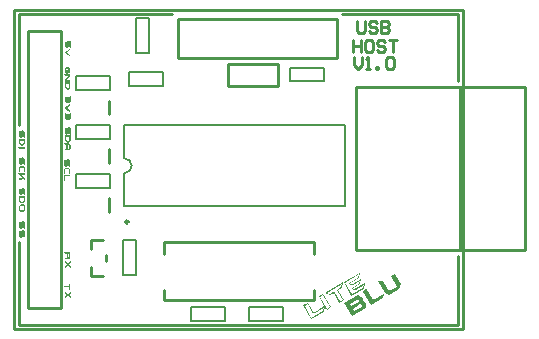
<source format=gto>
%FSLAX25Y25*%
%MOIN*%
G70*
G01*
G75*
G04 Layer_Color=65535*
%ADD10R,0.04000X0.03500*%
%ADD11R,0.03150X0.03543*%
%ADD12R,0.04600X0.04000*%
%ADD13R,0.21654X0.07874*%
%ADD14R,0.03500X0.04000*%
%ADD15R,0.02362X0.07480*%
%ADD16R,0.04500X0.02700*%
%ADD17R,0.05500X0.05100*%
%ADD18C,0.02000*%
%ADD19C,0.01890*%
%ADD20C,0.01000*%
%ADD21C,0.06000*%
%ADD22C,0.14000*%
%ADD23R,0.09000X0.09000*%
%ADD24C,0.09000*%
%ADD25R,0.09000X0.09000*%
%ADD26C,0.16000*%
%ADD27C,0.02800*%
%ADD28C,0.00984*%
%ADD29C,0.00787*%
%ADD30C,0.00800*%
G36*
X118511Y156371D02*
Y154174D01*
X118090Y154598D01*
Y156038D01*
X117927Y156174D01*
X117758Y156038D01*
Y154592D01*
X117198Y154174D01*
X116619Y154606D01*
Y156800D01*
X117040Y156382D01*
Y154939D01*
X117198Y154806D01*
X117370Y154939D01*
Y156385D01*
X117927Y156800D01*
X118511Y156371D01*
D02*
G37*
G36*
X118717Y161600D02*
Y160165D01*
X118293Y159733D01*
X116822D01*
Y160307D01*
X117368D01*
Y161459D01*
X116822D01*
X116498Y162030D01*
X118293D01*
X118717Y161600D01*
D02*
G37*
G36*
X118841Y150975D02*
X117040D01*
Y149352D01*
X116617Y149775D01*
Y151545D01*
X118509D01*
X118841Y150975D01*
D02*
G37*
G36*
X118511Y153507D02*
Y151673D01*
X118087Y152094D01*
Y153365D01*
X117040D01*
Y151742D01*
X116617Y152166D01*
Y153507D01*
X117040Y153936D01*
X118076D01*
X118511Y153507D01*
D02*
G37*
G36*
X118717Y162841D02*
X117767Y162304D01*
X116822Y162841D01*
Y164736D01*
X118717D01*
Y162841D01*
D02*
G37*
G36*
X117243Y195882D02*
Y194632D01*
X117401Y194497D01*
X117576Y194632D01*
Y196167D01*
X118717D01*
Y193868D01*
X118293Y194292D01*
Y195596D01*
X117961D01*
Y194286D01*
X117401Y193868D01*
X116822Y194297D01*
Y196300D01*
X117243Y195882D01*
D02*
G37*
G36*
X118711Y180423D02*
X117761Y179885D01*
X116817Y180423D01*
Y182317D01*
X118711D01*
Y180423D01*
D02*
G37*
G36*
X118717Y167171D02*
Y164974D01*
X118296Y165398D01*
Y166838D01*
X118132Y166974D01*
X117963Y166838D01*
Y165392D01*
X117404Y164974D01*
X116825Y165406D01*
Y167600D01*
X117246Y167182D01*
Y165739D01*
X117404Y165606D01*
X117576Y165739D01*
Y167184D01*
X118132Y167600D01*
X118717Y167171D01*
D02*
G37*
G36*
X118711Y193043D02*
X117412Y192331D01*
X118711Y191621D01*
Y191037D01*
X116819Y192065D01*
Y192599D01*
X118711Y193624D01*
Y193043D01*
D02*
G37*
G36*
X118714Y123825D02*
X118130Y123393D01*
X117692Y123720D01*
X117362Y123393D01*
X116822D01*
Y123963D01*
X117285D01*
X117456Y124141D01*
Y125229D01*
X116822D01*
X116495Y125800D01*
X118714D01*
Y123825D01*
D02*
G37*
G36*
X214769Y117011D02*
X212006Y115416D01*
X212273Y114955D01*
X215548Y116846D01*
X215159Y115092D01*
X212935Y113808D01*
X213198Y113353D01*
X216940Y115514D01*
X216514Y113618D01*
X212342Y111209D01*
X209726Y115740D01*
X215186Y118893D01*
X214769Y117011D01*
D02*
G37*
G36*
X216351Y110625D02*
X216217Y109420D01*
X217331Y108926D01*
X217111Y107014D01*
X212478Y104338D01*
X209947Y108722D01*
X214580Y111397D01*
X216351Y110625D01*
D02*
G37*
G36*
X205664Y107354D02*
X204094Y106448D01*
X203468Y107531D01*
X203094Y105870D01*
X198922Y103462D01*
X196306Y107992D01*
X197876Y108899D01*
X199778Y105605D01*
X203380Y107684D01*
X201478Y110978D01*
X203048Y111885D01*
X205664Y107354D01*
D02*
G37*
G36*
X209183Y113795D02*
X208017Y113121D01*
X209918Y109827D01*
X208342Y108917D01*
X206440Y112211D01*
X205261Y111530D01*
X203433Y112107D01*
X209617Y115677D01*
X209183Y113795D01*
D02*
G37*
G36*
X219551Y109729D02*
X223306Y111898D01*
X222892Y110351D01*
X218797Y107987D01*
X216270Y112364D01*
X217146Y113895D01*
X219551Y109729D01*
D02*
G37*
G36*
X118714Y113066D02*
X118293Y113487D01*
Y114046D01*
X116822D01*
X116495Y114617D01*
X118293D01*
Y115182D01*
X118714Y115600D01*
Y113066D01*
D02*
G37*
G36*
X118717Y122390D02*
X118107Y121783D01*
X118717Y121177D01*
Y120498D01*
X117767Y121446D01*
X116822Y120498D01*
Y121177D01*
X117429Y121783D01*
X116822Y122390D01*
Y123072D01*
X117767Y122124D01*
X118717Y123072D01*
Y122390D01*
D02*
G37*
G36*
X228762Y115073D02*
X228335Y113502D01*
X225016Y111586D01*
X223449Y112006D01*
X221055Y116152D01*
X222819Y116145D01*
X224780Y112749D01*
X227446Y114288D01*
X225481Y117691D01*
X226808Y118457D01*
X228762Y115073D01*
D02*
G37*
G36*
X118717Y112215D02*
X118107Y111608D01*
X118717Y111002D01*
Y110323D01*
X117767Y111270D01*
X116822Y110323D01*
Y111002D01*
X117429Y111608D01*
X116822Y112215D01*
Y112897D01*
X117767Y111949D01*
X118717Y112897D01*
Y112215D01*
D02*
G37*
G36*
X103511Y154106D02*
Y152273D01*
X103087Y152694D01*
Y153965D01*
X102040D01*
Y152342D01*
X101617Y152766D01*
Y154106D01*
X102040Y154536D01*
X103076D01*
X103511Y154106D01*
D02*
G37*
G36*
Y142541D02*
X102561Y142004D01*
X101617Y142541D01*
Y144436D01*
X103511D01*
Y142541D01*
D02*
G37*
G36*
Y135671D02*
Y133474D01*
X103090Y133898D01*
Y135338D01*
X102927Y135474D01*
X102758Y135338D01*
Y133892D01*
X102198Y133474D01*
X101619Y133906D01*
Y136100D01*
X102040Y135682D01*
Y134239D01*
X102198Y134106D01*
X102370Y134239D01*
Y135685D01*
X102927Y136100D01*
X103511Y135671D01*
D02*
G37*
G36*
Y141300D02*
Y139724D01*
X103079Y139292D01*
X102049D01*
X101619Y139724D01*
Y141300D01*
X102049Y141729D01*
X103079D01*
X103511Y141300D01*
D02*
G37*
G36*
Y151575D02*
X102581D01*
X103511Y150589D01*
Y149916D01*
X102822Y150633D01*
X102160Y149971D01*
X101617D01*
Y150541D01*
X102076D01*
X102500Y150968D01*
X101927Y151575D01*
X101617D01*
X101293Y152145D01*
X103511D01*
Y151575D01*
D02*
G37*
G36*
Y161641D02*
X102561Y161104D01*
X101617Y161641D01*
Y163536D01*
X103511D01*
Y161641D01*
D02*
G37*
G36*
Y165971D02*
Y163774D01*
X103090Y164198D01*
Y165638D01*
X102927Y165774D01*
X102758Y165638D01*
Y164192D01*
X102198Y163774D01*
X101619Y164206D01*
Y166400D01*
X102040Y165982D01*
Y164539D01*
X102198Y164406D01*
X102370Y164539D01*
Y165984D01*
X102927Y166400D01*
X103511Y165971D01*
D02*
G37*
G36*
Y146871D02*
Y144674D01*
X103090Y145098D01*
Y146538D01*
X102927Y146674D01*
X102758Y146538D01*
Y145092D01*
X102198Y144674D01*
X101619Y145106D01*
Y147300D01*
X102040Y146882D01*
Y145439D01*
X102198Y145306D01*
X102370Y145439D01*
Y146885D01*
X102927Y147300D01*
X103511Y146871D01*
D02*
G37*
G36*
Y160259D02*
X101617D01*
X101293Y160829D01*
X103511D01*
Y160259D01*
D02*
G37*
G36*
X118717Y170257D02*
X118135Y169828D01*
X117770Y170097D01*
X117401Y169828D01*
X116822Y170257D01*
Y171839D01*
X116825Y171842D01*
X116830Y171847D01*
X116839Y171856D01*
X116847Y171864D01*
X116861Y171878D01*
X116877Y171894D01*
X116897Y171916D01*
X116922Y171941D01*
X116952Y171969D01*
X116986Y172005D01*
X117024Y172044D01*
X117071Y172088D01*
X117121Y172138D01*
X117180Y172196D01*
X117243Y172260D01*
Y170592D01*
X117401Y170457D01*
X117576Y170592D01*
Y171872D01*
X117961Y172260D01*
Y170592D01*
X118132Y170457D01*
X118293Y170592D01*
Y171839D01*
X118296Y171842D01*
X118301Y171847D01*
X118310Y171856D01*
X118318Y171864D01*
X118332Y171878D01*
X118348Y171894D01*
X118368Y171916D01*
X118393Y171941D01*
X118423Y171969D01*
X118456Y172005D01*
X118498Y172044D01*
X118542Y172088D01*
X118595Y172138D01*
X118653Y172196D01*
X118717Y172260D01*
Y170257D01*
D02*
G37*
G36*
X118711Y174490D02*
X117412Y173778D01*
X118711Y173069D01*
Y172484D01*
X116819Y173512D01*
Y174047D01*
X118711Y175072D01*
Y174490D01*
D02*
G37*
G36*
X118711Y184578D02*
X117581Y183209D01*
X118711D01*
Y182639D01*
X116819D01*
Y183073D01*
X117922Y184414D01*
X116819D01*
X116492Y184985D01*
X118711D01*
Y184578D01*
D02*
G37*
G36*
Y187071D02*
Y185237D01*
X118288Y185658D01*
Y186929D01*
X117240D01*
Y185874D01*
X117570D01*
Y186267D01*
X117955Y186655D01*
Y185303D01*
X117240D01*
X116817Y185730D01*
Y187071D01*
X117240Y187500D01*
X118276D01*
X118711Y187071D01*
D02*
G37*
G36*
X103511Y156971D02*
Y154774D01*
X103090Y155198D01*
Y156638D01*
X102927Y156774D01*
X102758Y156638D01*
Y155192D01*
X102198Y154774D01*
X101619Y155206D01*
Y157400D01*
X102040Y156982D01*
Y155539D01*
X102198Y155406D01*
X102370Y155539D01*
Y156984D01*
X102927Y157400D01*
X103511Y156971D01*
D02*
G37*
G36*
Y132807D02*
Y130610D01*
X103090Y131034D01*
Y132474D01*
X102927Y132610D01*
X102758Y132474D01*
Y131028D01*
X102198Y130610D01*
X101619Y131042D01*
Y133236D01*
X102040Y132818D01*
Y131374D01*
X102198Y131241D01*
X102370Y131374D01*
Y132820D01*
X102927Y133236D01*
X103511Y132807D01*
D02*
G37*
G36*
X118717Y175797D02*
X118135Y175368D01*
X117770Y175637D01*
X117401Y175368D01*
X116822Y175797D01*
Y177379D01*
X116825Y177382D01*
X116830Y177387D01*
X116839Y177396D01*
X116847Y177404D01*
X116861Y177418D01*
X116877Y177434D01*
X116897Y177456D01*
X116922Y177481D01*
X116952Y177509D01*
X116986Y177545D01*
X117024Y177584D01*
X117071Y177628D01*
X117121Y177678D01*
X117180Y177736D01*
X117243Y177800D01*
Y176133D01*
X117401Y175997D01*
X117576Y176133D01*
Y177412D01*
X117961Y177800D01*
Y176133D01*
X118132Y175997D01*
X118293Y176133D01*
Y177379D01*
X118296Y177382D01*
X118301Y177387D01*
X118310Y177396D01*
X118318Y177404D01*
X118332Y177418D01*
X118348Y177434D01*
X118368Y177456D01*
X118393Y177481D01*
X118423Y177509D01*
X118456Y177545D01*
X118498Y177584D01*
X118542Y177628D01*
X118595Y177678D01*
X118653Y177736D01*
X118717Y177800D01*
Y175797D01*
D02*
G37*
%LPC*%
G36*
X197751Y108450D02*
X196757Y107877D01*
X199048Y103910D01*
X202810Y106082D01*
X203197Y107202D01*
X199653Y105156D01*
X197751Y108450D01*
D02*
G37*
G36*
X214862Y118329D02*
X210177Y115625D01*
X212467Y111658D01*
X216229Y113830D01*
X216616Y114950D01*
X213072Y112904D01*
X212484Y113923D01*
X214874Y115303D01*
X215223Y116282D01*
X212147Y114506D01*
X211555Y115532D01*
X214484Y117223D01*
X214862Y118329D01*
D02*
G37*
G36*
X209286Y115110D02*
X204070Y112099D01*
X205220Y111883D01*
X206566Y112660D01*
X208467Y109365D01*
X209467Y109943D01*
X207565Y113237D01*
X208911Y114014D01*
X209286Y115110D01*
D02*
G37*
G36*
X202923Y111436D02*
X201929Y110863D01*
X204220Y106896D01*
X205213Y107469D01*
X202923Y111436D01*
D02*
G37*
G36*
X215329Y108309D02*
X212792Y106844D01*
X213232Y106081D01*
X215770Y107546D01*
X215883Y108090D01*
X215329Y108309D01*
D02*
G37*
G36*
X118293Y161459D02*
X117786D01*
Y160307D01*
X118293D01*
Y161459D01*
D02*
G37*
G36*
X103090Y141159D02*
X102040D01*
Y139863D01*
X103090D01*
Y141159D01*
D02*
G37*
G36*
X118288Y181747D02*
X117240D01*
Y180802D01*
X117764Y180503D01*
X118288Y180799D01*
Y181747D01*
D02*
G37*
G36*
X118293Y164165D02*
X117246D01*
Y163221D01*
X117770Y162922D01*
X118293Y163218D01*
Y164165D01*
D02*
G37*
G36*
X103087Y162965D02*
X102040D01*
Y162021D01*
X102564Y161722D01*
X103087Y162018D01*
Y162965D01*
D02*
G37*
G36*
X214371Y109969D02*
X211833Y108504D01*
X212277Y107735D01*
X214815Y109200D01*
X214906Y109782D01*
X214371Y109969D01*
D02*
G37*
G36*
X118293Y125229D02*
X117886D01*
Y124133D01*
X118091Y123983D01*
X118293Y124133D01*
Y125229D01*
D02*
G37*
G36*
X103087Y143865D02*
X102040D01*
Y142921D01*
X102564Y142622D01*
X103087Y142918D01*
Y143865D01*
D02*
G37*
%LPD*%
D20*
X248000Y182800D02*
Y205000D01*
Y101500D02*
Y124600D01*
X209300Y205000D02*
X248000D01*
X101500D02*
X152600D01*
X101500Y168000D02*
Y205000D01*
Y101500D02*
Y129200D01*
Y101500D02*
X248000D01*
X131400Y171760D02*
Y176260D01*
Y155480D02*
Y159980D01*
Y139200D02*
Y143700D01*
X125400Y117700D02*
Y120700D01*
Y129700D02*
X129400D01*
X125400Y126700D02*
Y129700D01*
X130400Y122700D02*
Y124700D01*
X125400Y117700D02*
X129400D01*
X149800Y109851D02*
Y113300D01*
Y109851D02*
X199800D01*
Y125300D02*
Y129300D01*
Y109851D02*
Y113300D01*
X149800Y125300D02*
Y129300D01*
X199800D01*
X248500Y126500D02*
Y180800D01*
X213900D02*
X248500D01*
X213900Y126500D02*
Y180800D01*
Y126500D02*
X248500D01*
X270300D01*
Y180800D01*
X248600D02*
X270300D01*
X154500Y190500D02*
X207600D01*
Y203500D01*
X155400D02*
X207600D01*
X154500Y190500D02*
Y203500D01*
X155400D01*
X115600Y107000D02*
Y199600D01*
X104500D02*
X115600D01*
X104500Y107000D02*
Y199600D01*
Y107000D02*
X115600D01*
X187800Y181300D02*
Y188400D01*
X171200Y181300D02*
Y188400D01*
X187800D01*
X171200Y181300D02*
X187800D01*
X213200Y190799D02*
Y188133D01*
X214533Y186800D01*
X215866Y188133D01*
Y190799D01*
X217199Y186800D02*
X218532D01*
X217865D01*
Y190799D01*
X217199Y190132D01*
X220531Y186800D02*
Y187467D01*
X221197D01*
Y186800D01*
X220531D01*
X223863Y190132D02*
X224530Y190799D01*
X225863D01*
X226529Y190132D01*
Y187467D01*
X225863Y186800D01*
X224530D01*
X223863Y187467D01*
Y190132D01*
X212800Y196499D02*
Y192500D01*
Y194499D01*
X215466D01*
Y196499D01*
Y192500D01*
X218798Y196499D02*
X217465D01*
X216799Y195832D01*
Y193166D01*
X217465Y192500D01*
X218798D01*
X219464Y193166D01*
Y195832D01*
X218798Y196499D01*
X223463Y195832D02*
X222797Y196499D01*
X221464D01*
X220797Y195832D01*
Y195166D01*
X221464Y194499D01*
X222797D01*
X223463Y193833D01*
Y193166D01*
X222797Y192500D01*
X221464D01*
X220797Y193166D01*
X224796Y196499D02*
X227462D01*
X226129D01*
Y192500D01*
X214300Y202799D02*
Y199467D01*
X214966Y198800D01*
X216299D01*
X216966Y199467D01*
Y202799D01*
X220965Y202132D02*
X220298Y202799D01*
X218965D01*
X218299Y202132D01*
Y201466D01*
X218965Y200799D01*
X220298D01*
X220965Y200133D01*
Y199467D01*
X220298Y198800D01*
X218965D01*
X218299Y199467D01*
X222297Y202799D02*
Y198800D01*
X224297D01*
X224963Y199467D01*
Y200133D01*
X224297Y200799D01*
X222297D01*
X224297D01*
X224963Y201466D01*
Y202132D01*
X224297Y202799D01*
X222297D01*
X100000Y100000D02*
X249600D01*
Y206600D01*
X100000D02*
X249600D01*
X100000Y100000D02*
Y206600D01*
D28*
X138046Y135899D02*
G03*
X138046Y135899I-492J0D01*
G01*
D29*
X136589Y152100D02*
G03*
X136589Y157100I0J2500D01*
G01*
X136589Y141214D02*
Y152100D01*
Y157100D02*
Y167986D01*
X210211Y141214D02*
Y167986D01*
X136589Y141214D02*
X210211D01*
X136589Y167986D02*
X210211D01*
D30*
X120600Y179800D02*
X132000D01*
X120600D02*
Y184400D01*
X132000D01*
Y179800D02*
Y184400D01*
X120600Y163520D02*
X132000D01*
X120600D02*
Y168120D01*
X132000D01*
Y163520D02*
Y168120D01*
X120600Y151840D02*
X132000D01*
Y147240D02*
Y151840D01*
X120600Y147240D02*
X132000D01*
X120600D02*
Y151840D01*
X136100Y118300D02*
Y129700D01*
X140700D01*
Y118300D02*
Y129700D01*
X136100Y118300D02*
X140700D01*
X189500Y102800D02*
Y107400D01*
X178100D02*
X189500D01*
X178100Y102800D02*
Y107400D01*
Y102800D02*
X189500D01*
X170300D02*
Y107400D01*
X158900D02*
X170300D01*
X158900Y102800D02*
Y107400D01*
Y102800D02*
X170300D01*
X191900Y187300D02*
X203300D01*
Y182700D02*
Y187300D01*
X191900Y182700D02*
X203300D01*
X191900D02*
Y187300D01*
X138300Y181200D02*
Y185800D01*
Y181200D02*
X149700D01*
Y185800D01*
X138300D02*
X149700D01*
X140400Y203700D02*
X145000D01*
X140400Y192300D02*
Y203700D01*
Y192300D02*
X145000D01*
Y203700D01*
M02*

</source>
